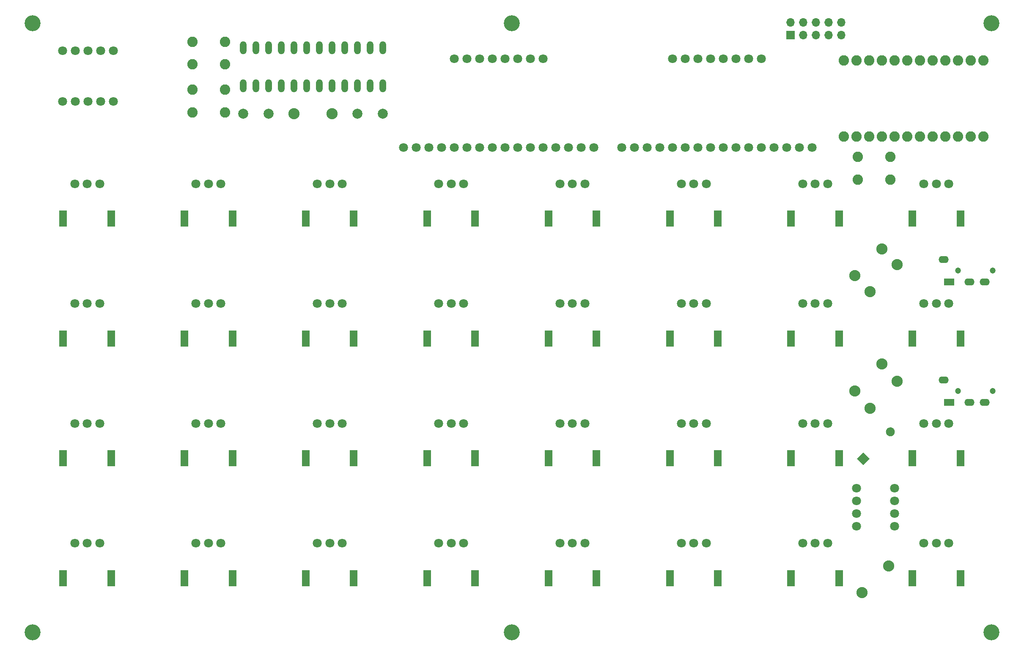
<source format=gbr>
G04 #@! TF.GenerationSoftware,KiCad,Pcbnew,(5.1.8-0-10_14)*
G04 #@! TF.CreationDate,2020-12-02T17:46:36+02:00*
G04 #@! TF.ProjectId,N32B,4e333242-2e6b-4696-9361-645f70636258,V1.0*
G04 #@! TF.SameCoordinates,Original*
G04 #@! TF.FileFunction,Soldermask,Bot*
G04 #@! TF.FilePolarity,Negative*
%FSLAX46Y46*%
G04 Gerber Fmt 4.6, Leading zero omitted, Abs format (unit mm)*
G04 Created by KiCad (PCBNEW (5.1.8-0-10_14)) date 2020-12-02 17:46:36*
%MOMM*%
%LPD*%
G01*
G04 APERTURE LIST*
%ADD10R,1.700000X1.700000*%
%ADD11O,1.700000X1.700000*%
%ADD12C,2.003200*%
%ADD13C,1.800000*%
%ADD14C,0.100000*%
%ADD15R,1.500000X3.200000*%
%ADD16C,2.235200*%
%ADD17C,1.200000*%
%ADD18O,2.000000X1.400000*%
%ADD19R,2.000000X1.400000*%
%ADD20C,3.200000*%
%ADD21O,1.320800X2.641600*%
%ADD22C,2.082800*%
G04 APERTURE END LIST*
D10*
X184150000Y-28702000D03*
D11*
X184150000Y-26162000D03*
X186690000Y-28702000D03*
X186690000Y-26162000D03*
X189230000Y-28702000D03*
X189230000Y-26162000D03*
X191770000Y-28702000D03*
X191770000Y-26162000D03*
X194310000Y-28702000D03*
X194310000Y-26162000D03*
D12*
X74628000Y-44386000D03*
X79708000Y-44386000D03*
X97488000Y-44386000D03*
X102568000Y-44386000D03*
D13*
X38428000Y-31832000D03*
X38428000Y-41952000D03*
X40968000Y-31832000D03*
X40968000Y-41952000D03*
X43508000Y-31832000D03*
X43508000Y-41952000D03*
X46048000Y-31832000D03*
X46048000Y-41952000D03*
X48588000Y-31832000D03*
X48588000Y-41952000D03*
G36*
G01*
X203524758Y-108775242D02*
X203524758Y-108775242D01*
G75*
G02*
X203524758Y-107502450I636396J636396D01*
G01*
X203524758Y-107502450D01*
G75*
G02*
X204797550Y-107502450I636396J-636396D01*
G01*
X204797550Y-107502450D01*
G75*
G02*
X204797550Y-108775242I-636396J-636396D01*
G01*
X204797550Y-108775242D01*
G75*
G02*
X203524758Y-108775242I-636396J636396D01*
G01*
G37*
D14*
G36*
X198773000Y-114799792D02*
G01*
X197500208Y-113527000D01*
X198773000Y-112254208D01*
X200045792Y-113527000D01*
X198773000Y-114799792D01*
G37*
D13*
X215882001Y-130440000D03*
X213382001Y-130440000D03*
X210882001Y-130440000D03*
D15*
X208582001Y-137440000D03*
X218182001Y-137440000D03*
D13*
X191596001Y-130440000D03*
X189096001Y-130440000D03*
X186596001Y-130440000D03*
D15*
X184296001Y-137440000D03*
X193896001Y-137440000D03*
D13*
X167310001Y-130440000D03*
X164810001Y-130440000D03*
X162310001Y-130440000D03*
D15*
X160010001Y-137440000D03*
X169610001Y-137440000D03*
D13*
X143024001Y-130440000D03*
X140524001Y-130440000D03*
X138024001Y-130440000D03*
D15*
X135724001Y-137440000D03*
X145324001Y-137440000D03*
D13*
X118738002Y-130440000D03*
X116238002Y-130440000D03*
X113738002Y-130440000D03*
D15*
X111438002Y-137440000D03*
X121038002Y-137440000D03*
D13*
X94452001Y-130440000D03*
X91952001Y-130440000D03*
X89452001Y-130440000D03*
D15*
X87152001Y-137440000D03*
X96752001Y-137440000D03*
D13*
X70166001Y-130440000D03*
X67666001Y-130440000D03*
X65166001Y-130440000D03*
D15*
X62866001Y-137440000D03*
X72466001Y-137440000D03*
D13*
X215882001Y-106439999D03*
X213382001Y-106439999D03*
X210882001Y-106439999D03*
D15*
X208582001Y-113439999D03*
X218182001Y-113439999D03*
D13*
X191596001Y-106439999D03*
X189096001Y-106439999D03*
X186596001Y-106439999D03*
D15*
X184296001Y-113439999D03*
X193896001Y-113439999D03*
D13*
X167310001Y-106439999D03*
X164810001Y-106439999D03*
X162310001Y-106439999D03*
D15*
X160010001Y-113439999D03*
X169610001Y-113439999D03*
D13*
X143024001Y-106439999D03*
X140524001Y-106439999D03*
X138024001Y-106439999D03*
D15*
X135724001Y-113439999D03*
X145324001Y-113439999D03*
D13*
X118738002Y-106439999D03*
X116238002Y-106439999D03*
X113738002Y-106439999D03*
D15*
X111438002Y-113439999D03*
X121038002Y-113439999D03*
D13*
X94452001Y-106439999D03*
X91952001Y-106439999D03*
X89452001Y-106439999D03*
D15*
X87152001Y-113439999D03*
X96752001Y-113439999D03*
D13*
X70166001Y-106439999D03*
X67666001Y-106439999D03*
X65166001Y-106439999D03*
D15*
X62866001Y-113439999D03*
X72466001Y-113439999D03*
D13*
X45880001Y-106439999D03*
X43380001Y-106439999D03*
X40880001Y-106439999D03*
D15*
X38580001Y-113439999D03*
X48180001Y-113439999D03*
D13*
X215882001Y-82439999D03*
X213382001Y-82439999D03*
X210882001Y-82439999D03*
D15*
X208582001Y-89439999D03*
X218182001Y-89439999D03*
D13*
X191596001Y-82439999D03*
X189096001Y-82439999D03*
X186596001Y-82439999D03*
D15*
X184296001Y-89439999D03*
X193896001Y-89439999D03*
D13*
X167310001Y-82439999D03*
X164810001Y-82439999D03*
X162310001Y-82439999D03*
D15*
X160010001Y-89439999D03*
X169610001Y-89439999D03*
D13*
X143024001Y-82439999D03*
X140524001Y-82439999D03*
X138024001Y-82439999D03*
D15*
X135724001Y-89439999D03*
X145324001Y-89439999D03*
D13*
X118738002Y-82439999D03*
X116238002Y-82439999D03*
X113738002Y-82439999D03*
D15*
X111438002Y-89439999D03*
X121038002Y-89439999D03*
D13*
X94452001Y-82439999D03*
X91952001Y-82439999D03*
X89452001Y-82439999D03*
D15*
X87152001Y-89439999D03*
X96752001Y-89439999D03*
D13*
X70166001Y-82439999D03*
X67666001Y-82439999D03*
X65166001Y-82439999D03*
D15*
X62866001Y-89439999D03*
X72466001Y-89439999D03*
D13*
X45880001Y-82439999D03*
X43380001Y-82439999D03*
X40880001Y-82439999D03*
D15*
X38580001Y-89439999D03*
X48180001Y-89439999D03*
D13*
X215882001Y-58440000D03*
X213382001Y-58440000D03*
X210882001Y-58440000D03*
D15*
X208582001Y-65440000D03*
X218182001Y-65440000D03*
D13*
X191596001Y-58440000D03*
X189096001Y-58440000D03*
X186596001Y-58440000D03*
D15*
X184296001Y-65440000D03*
X193896001Y-65440000D03*
D13*
X167310001Y-58440000D03*
X164810001Y-58440000D03*
X162310001Y-58440000D03*
D15*
X160010001Y-65440000D03*
X169610001Y-65440000D03*
D13*
X143024001Y-58440000D03*
X140524001Y-58440000D03*
X138024001Y-58440000D03*
D15*
X135724001Y-65440000D03*
X145324001Y-65440000D03*
D13*
X118738002Y-58440000D03*
X116238002Y-58440000D03*
X113738002Y-58440000D03*
D15*
X111438002Y-65440000D03*
X121038002Y-65440000D03*
D13*
X70166001Y-58440000D03*
X67666001Y-58440000D03*
X65166001Y-58440000D03*
D15*
X62866001Y-65440000D03*
X72466001Y-65440000D03*
D13*
X94452001Y-58440000D03*
X91952001Y-58440000D03*
X89452001Y-58440000D03*
D15*
X87152001Y-65440000D03*
X96752001Y-65440000D03*
D13*
X45880001Y-130440000D03*
X43380001Y-130440000D03*
X40880001Y-130440000D03*
D15*
X38580001Y-137440000D03*
X48180001Y-137440000D03*
D13*
X45880001Y-58440000D03*
X43380001Y-58440000D03*
X40880001Y-58440000D03*
D15*
X38580001Y-65440000D03*
X48180001Y-65440000D03*
D13*
X204990700Y-119405400D03*
X197370700Y-119405400D03*
X204990700Y-121945400D03*
X197370700Y-121945400D03*
X204990700Y-124485400D03*
X197370700Y-124485400D03*
X204990700Y-127025400D03*
X197370700Y-127025400D03*
D16*
X202465077Y-71473923D03*
X197076923Y-76862077D03*
X200124923Y-80037077D03*
X205513077Y-74648923D03*
X84788000Y-44446000D03*
X92408000Y-44446000D03*
X200124923Y-103396077D03*
X205513077Y-98007923D03*
X198453923Y-140371077D03*
X203842077Y-134982923D03*
X202465077Y-94557923D03*
X197076923Y-99946077D03*
D17*
X217668000Y-75838000D03*
X224668000Y-75838000D03*
D18*
X223068000Y-78138000D03*
X219968000Y-78138000D03*
D19*
X215968000Y-78138000D03*
D18*
X214818000Y-73638000D03*
D13*
X144780000Y-51196000D03*
X142240000Y-51196000D03*
X139700000Y-51196000D03*
X137160000Y-51196000D03*
X134620000Y-51196000D03*
X134620000Y-33416000D03*
X132080000Y-51196000D03*
X132080000Y-33416000D03*
X129540000Y-51196000D03*
X129540000Y-33416000D03*
X127000000Y-51196000D03*
X127000000Y-33416000D03*
X124460000Y-51196000D03*
X124460000Y-33416000D03*
X121920000Y-51196000D03*
X121920000Y-33416000D03*
X119380000Y-51196000D03*
X119380000Y-33416000D03*
X116840000Y-51196000D03*
X116840000Y-33416000D03*
X114300000Y-51196000D03*
X111760000Y-51196000D03*
X109220000Y-51196000D03*
X106680000Y-51196000D03*
X188468000Y-51196000D03*
X185928000Y-51196000D03*
X183388000Y-51196000D03*
X180848000Y-51196000D03*
X178308000Y-51196000D03*
X178308000Y-33416000D03*
X175768000Y-51196000D03*
X175768000Y-33416000D03*
X173228000Y-51196000D03*
X173228000Y-33416000D03*
X170688000Y-51196000D03*
X170688000Y-33416000D03*
X168148000Y-51196000D03*
X168148000Y-33416000D03*
X165608000Y-51196000D03*
X165608000Y-33416000D03*
X163068000Y-51196000D03*
X163068000Y-33416000D03*
X160528000Y-51196000D03*
X160528000Y-33416000D03*
X157988000Y-51196000D03*
X155448000Y-51196000D03*
X152908000Y-51196000D03*
X150368000Y-51196000D03*
D20*
X128416000Y-148312000D03*
X128416000Y-26312000D03*
X224416000Y-148312000D03*
X32416000Y-148312000D03*
X224416000Y-26312000D03*
X32416000Y-26312000D03*
D21*
X102568000Y-38862000D03*
X100028000Y-38862000D03*
X97488000Y-38862000D03*
X94948000Y-38862000D03*
X92408000Y-38862000D03*
X89868000Y-38862000D03*
X87328000Y-38862000D03*
X84788000Y-38862000D03*
X82248000Y-38862000D03*
X79708000Y-38862000D03*
X77168000Y-38862000D03*
X74628000Y-38862000D03*
X74628000Y-31242000D03*
X77168000Y-31242000D03*
X79708000Y-31242000D03*
X82248000Y-31242000D03*
X84788000Y-31242000D03*
X87328000Y-31242000D03*
X89868000Y-31242000D03*
X92408000Y-31242000D03*
X94948000Y-31242000D03*
X97488000Y-31242000D03*
X100028000Y-31242000D03*
X102568000Y-31242000D03*
D22*
X64482980Y-39613840D03*
X70985380Y-39613840D03*
X64482980Y-44135040D03*
X70985380Y-44135040D03*
X64480440Y-29989780D03*
X70982840Y-29989780D03*
X64480440Y-34510980D03*
X70982840Y-34510980D03*
X222758000Y-33782000D03*
X220218000Y-33782000D03*
X217678000Y-33782000D03*
X215138000Y-33782000D03*
X212598000Y-33782000D03*
X210058000Y-33782000D03*
X207518000Y-33782000D03*
X204978000Y-33782000D03*
X202438000Y-33782000D03*
X199898000Y-33782000D03*
X197358000Y-33782000D03*
X194818000Y-33782000D03*
X194818000Y-49022000D03*
X197358000Y-49022000D03*
X199898000Y-49022000D03*
X202438000Y-49022000D03*
X204978000Y-49022000D03*
X207518000Y-49022000D03*
X210058000Y-49022000D03*
X212598000Y-49022000D03*
X215138000Y-49022000D03*
X217678000Y-49022000D03*
X220218000Y-49022000D03*
X222758000Y-49022000D03*
D18*
X214818000Y-97768000D03*
D19*
X215968000Y-102268000D03*
D18*
X219968000Y-102268000D03*
X223068000Y-102268000D03*
D17*
X224668000Y-99968000D03*
X217668000Y-99968000D03*
D22*
X204139800Y-57581800D03*
X197637400Y-57581800D03*
X204139800Y-53060600D03*
X197637400Y-53060600D03*
M02*

</source>
